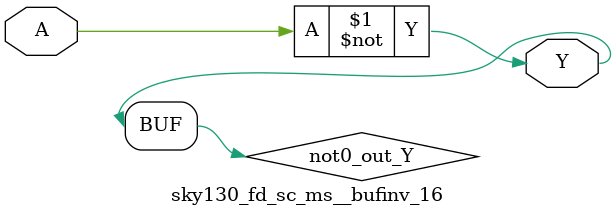
<source format=v>
/*
 * Copyright 2020 The SkyWater PDK Authors
 *
 * Licensed under the Apache License, Version 2.0 (the "License");
 * you may not use this file except in compliance with the License.
 * You may obtain a copy of the License at
 *
 *     https://www.apache.org/licenses/LICENSE-2.0
 *
 * Unless required by applicable law or agreed to in writing, software
 * distributed under the License is distributed on an "AS IS" BASIS,
 * WITHOUT WARRANTIES OR CONDITIONS OF ANY KIND, either express or implied.
 * See the License for the specific language governing permissions and
 * limitations under the License.
 *
 * SPDX-License-Identifier: Apache-2.0
*/


`ifndef SKY130_FD_SC_MS__BUFINV_16_FUNCTIONAL_V
`define SKY130_FD_SC_MS__BUFINV_16_FUNCTIONAL_V

/**
 * bufinv: Buffer followed by inverter.
 *
 * Verilog simulation functional model.
 */

`timescale 1ns / 1ps
`default_nettype none

`celldefine
module sky130_fd_sc_ms__bufinv_16 (
    Y,
    A
);

    // Module ports
    output Y;
    input  A;

    // Local signals
    wire not0_out_Y;

    //  Name  Output      Other arguments
    not not0 (not0_out_Y, A              );
    buf buf0 (Y         , not0_out_Y     );

endmodule
`endcelldefine

`default_nettype wire
`endif  // SKY130_FD_SC_MS__BUFINV_16_FUNCTIONAL_V

</source>
